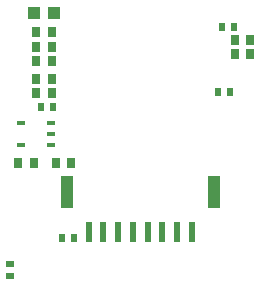
<source format=gbr>
G04 EAGLE Gerber RS-274X export*
G75*
%MOMM*%
%FSLAX34Y34*%
%LPD*%
%INSolderpaste Top*%
%IPPOS*%
%AMOC8*
5,1,8,0,0,1.08239X$1,22.5*%
G01*
G04 Define Apertures*
%ADD10R,1.100000X1.000000*%
%ADD11R,0.700000X0.900000*%
%ADD12R,0.600000X0.700000*%
%ADD13R,0.800100X0.457200*%
%ADD14R,0.600000X1.700000*%
%ADD15R,1.000000X2.800000*%
%ADD16R,0.700000X0.600000*%
D10*
X-73130Y42560D03*
X-90130Y42560D03*
D11*
X-75130Y26050D03*
X-88130Y26050D03*
X-75130Y-25210D03*
X-88130Y-25210D03*
X-75130Y-13780D03*
X-88130Y-13780D03*
X-71270Y-84918D03*
X-58270Y-84918D03*
X-90114Y-84818D03*
X-103114Y-84818D03*
X-75130Y1920D03*
X-88130Y1920D03*
X-75130Y13350D03*
X-88130Y13350D03*
D12*
X-84286Y-37028D03*
X-74286Y-37028D03*
D13*
X-75170Y-69346D03*
X-75170Y-59846D03*
X-75170Y-50346D03*
X-100696Y-50346D03*
X-100696Y-69346D03*
D12*
X69470Y30346D03*
X79470Y30346D03*
X-66374Y-148500D03*
X-56374Y-148500D03*
D11*
X79970Y7780D03*
X92970Y7780D03*
X79946Y19322D03*
X92946Y19322D03*
D12*
X66021Y-24177D03*
X76021Y-24177D03*
D14*
X6250Y-142656D03*
X18750Y-142656D03*
X31250Y-142656D03*
X43750Y-142656D03*
X-6250Y-142656D03*
X-18750Y-142656D03*
X-31250Y-142656D03*
X-43750Y-142656D03*
D15*
X62250Y-109156D03*
X-62250Y-109156D03*
D16*
X-110000Y-180000D03*
X-110000Y-170000D03*
M02*

</source>
